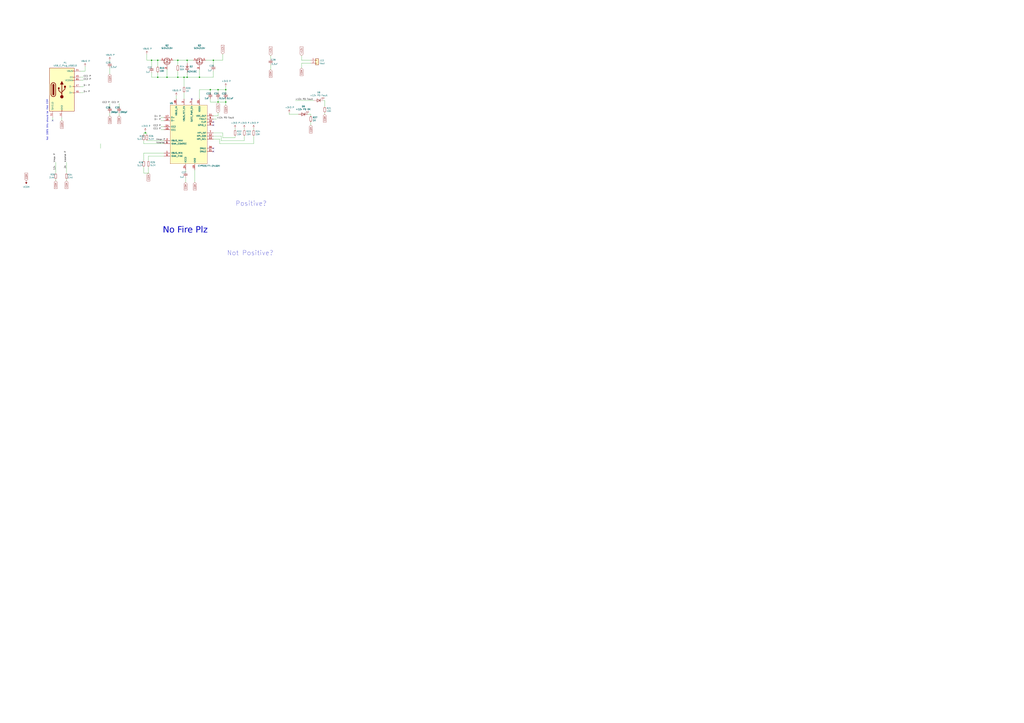
<source format=kicad_sch>
(kicad_sch (version 20231120) (generator "eeschema") (generator_version "8.0")
  (paper "A1")
  (lib_symbols
    (symbol "CatSink-rescue:+3.3V-power" (power) (pin_names (offset 0))
      (property "Value" "power_+3.3V" (at 0 3.556 0))
      (symbol "+3.3V-power_0_1"
        (polyline (pts (xy -0.762 1.27) (xy 0 2.54)))
        (polyline (pts (xy 0 0) (xy 0 2.54)))
        (polyline (pts (xy 0 2.54) (xy 0.762 1.27)))
      )
      (symbol "+3.3V-power_1_1"
        (pin power_in line (at 0 0 90) (length 0) hide (name "+3V3") (number "1"))
      )
    )
    (symbol "CatSink-rescue:USB_C_Plug_USB2.0-Connector" (pin_names (offset 1.016))
      (property "Reference" "P" (at -10.16 19.05 0))
      (property "Value" "USB_C_Plug_USB2.0-Connector" (at 12.7 19.05 0))
      (symbol "USB_C_Plug_USB2.0-Connector_0_0"
        (rectangle (start -0.254 -17.78) (end 0.254 -16.764))
        (rectangle (start 10.16 -2.286) (end 9.144 -2.794))
        (rectangle (start 10.16 2.794) (end 9.144 2.286))
        (rectangle (start 10.16 7.874) (end 9.144 7.366))
        (rectangle (start 10.16 10.414) (end 9.144 9.906))
        (rectangle (start 10.16 15.494) (end 9.144 14.986))
      )
      (symbol "USB_C_Plug_USB2.0-Connector_0_1"
        (rectangle (start -10.16 17.78) (end 10.16 -17.78) (stroke (width 0.254)) (fill (type background)))
        (arc (start -8.89 -3.81) (mid -6.985 -5.715) (end -5.08 -3.81) (stroke (width 0.508)))
        (arc (start -7.62 -3.81) (mid -6.985 -4.445) (end -6.35 -3.81) (stroke (width 0.254)))
        (arc (start -7.62 -3.81) (mid -6.985 -4.445) (end -6.35 -3.81) (stroke (width 0.254)) (fill (type outline)))
        (rectangle (start -7.62 -3.81) (end -6.35 3.81) (stroke (width 0.254)) (fill (type outline)))
        (arc (start -6.35 3.81) (mid -6.985 4.445) (end -7.62 3.81) (stroke (width 0.254)))
        (arc (start -6.35 3.81) (mid -6.985 4.445) (end -7.62 3.81) (stroke (width 0.254)) (fill (type outline)))
        (arc (start -5.08 3.81) (mid -6.985 5.715) (end -8.89 3.81) (stroke (width 0.508)))
        (circle (center -2.54 1.143) (radius 0.635) (stroke (width 0.254)) (fill (type outline)))
        (circle (center 0 -5.842) (radius 1.27) (fill (type outline)))
        (polyline (pts (xy -8.89 -3.81) (xy -8.89 3.81)) (stroke (width 0.508)))
        (polyline (pts (xy -5.08 3.81) (xy -5.08 -3.81)) (stroke (width 0.508)))
        (polyline (pts (xy 0 -5.842) (xy 0 4.318)) (stroke (width 0.508)))
        (polyline (pts (xy 0 -3.302) (xy -2.54 -0.762) (xy -2.54 0.508)) (stroke (width 0.508)))
        (polyline (pts (xy 0 -2.032) (xy 2.54 0.508) (xy 2.54 1.778)) (stroke (width 0.508)))
        (polyline (pts (xy -1.27 4.318) (xy 0 6.858) (xy 1.27 4.318) (xy -1.27 4.318)) (stroke (width 0.254)) (fill (type outline)))
        (rectangle (start 1.905 1.778) (end 3.175 3.048) (stroke (width 0.254)) (fill (type outline)))
      )
      (symbol "USB_C_Plug_USB2.0-Connector_1_1"
        (pin power_in line (at 0 -22.86 90) (length 5.08) (name "GND") (number "A1"))
        (pin passive line (at 0 -22.86 90) (length 5.08) hide (name "GND") (number "A12"))
        (pin power_in line (at 15.24 15.24 180) (length 5.08) (name "VBUS") (number "A4"))
        (pin bidirectional line (at 15.24 10.16 180) (length 5.08) (name "CC") (number "A5"))
        (pin bidirectional line (at 15.24 -2.54 180) (length 5.08) (name "D+") (number "A6"))
        (pin bidirectional line (at 15.24 2.54 180) (length 5.08) (name "D-") (number "A7"))
        (pin passive line (at 15.24 15.24 180) (length 5.08) hide (name "VBUS") (number "A9"))
        (pin passive line (at 0 -22.86 90) (length 5.08) hide (name "GND") (number "B1"))
        (pin passive line (at 0 -22.86 90) (length 5.08) hide (name "GND") (number "B12"))
        (pin passive line (at 15.24 15.24 180) (length 5.08) hide (name "VBUS") (number "B4"))
        (pin bidirectional line (at 15.24 7.62 180) (length 5.08) (name "VCONN") (number "B5"))
        (pin passive line (at 15.24 15.24 180) (length 5.08) hide (name "VBUS") (number "B9"))
        (pin passive line (at -7.62 -22.86 90) (length 5.08) (name "SHIELD") (number "S1"))
      )
    )
    (symbol "CatSink-rescue:VBUS-power" (power) (pin_names (offset 0))
      (property "Value" "power_VBUS" (at 0 3.81 0))
      (symbol "VBUS-power_0_1"
        (polyline (pts (xy -0.762 1.27) (xy 0 2.54)))
        (polyline (pts (xy 0 0) (xy 0 2.54)))
        (polyline (pts (xy 0 2.54) (xy 0.762 1.27)))
      )
      (symbol "VBUS-power_1_1"
        (pin power_in line (at 0 0 90) (length 0) hide (name "VBUS") (number "1"))
      )
    )
    (symbol "Connector_Generic:Conn_01x02" (pin_names (offset 1.016) hide)
      (property "Reference" "J" (at 0 2.54 0))
      (property "Value" "Conn_01x02" (at 0 -5.08 0))
      (symbol "Conn_01x02_1_1"
        (rectangle (start -1.27 -2.413) (end 0 -2.667) (stroke (width 0.1524)))
        (rectangle (start -1.27 0.127) (end 0 -0.127) (stroke (width 0.1524)))
        (rectangle (start -1.27 1.27) (end 1.27 -3.81) (stroke (width 0.254)) (fill (type background)))
        (pin passive line (at -5.08 0 0) (length 3.81) (name "Pin_1") (number "1"))
        (pin passive line (at -5.08 -2.54 0) (length 3.81) (name "Pin_2") (number "2"))
      )
    )
    (symbol "Device:C_Small" (pin_numbers hide) (pin_names (offset 0.254) hide)
      (property "Reference" "C" (at 0.254 1.778 0))
      (property "Value" "C_Small" (at 0.254 -2.032 0))
      (symbol "C_Small_0_1"
        (polyline (pts (xy -1.524 -0.508) (xy 1.524 -0.508)) (stroke (width 0.3302)))
        (polyline (pts (xy -1.524 0.508) (xy 1.524 0.508)) (stroke (width 0.3048)))
      )
      (symbol "C_Small_1_1"
        (pin passive line (at 0 2.54 270) (length 2.032) (name "~") (number "1"))
        (pin passive line (at 0 -2.54 90) (length 2.032) (name "~") (number "2"))
      )
    )
    (symbol "Device:D_Zener" (pin_numbers hide) (pin_names (offset 1.016) hide)
      (property "Reference" "D" (at 0 2.54 0))
      (property "Value" "D_Zener" (at 0 -2.54 0))
      (symbol "D_Zener_0_1"
        (polyline (pts (xy 1.27 0) (xy -1.27 0)))
        (polyline (pts (xy -1.27 -1.27) (xy -1.27 1.27) (xy -0.762 1.27)) (stroke (width 0.254)))
        (polyline (pts (xy 1.27 -1.27) (xy 1.27 1.27) (xy -1.27 0) (xy 1.27 -1.27)) (stroke (width 0.254)))
      )
      (symbol "D_Zener_1_1"
        (pin passive line (at -3.81 0 0) (length 2.54) (name "K") (number "1"))
        (pin passive line (at 3.81 0 180) (length 2.54) (name "A") (number "2"))
      )
    )
    (symbol "Device:LED" (pin_numbers hide) (pin_names (offset 1.016) hide)
      (property "Reference" "D" (at 0 2.54 0))
      (property "Value" "LED" (at 0 -2.54 0))
      (symbol "LED_0_1"
        (polyline (pts (xy -1.27 -1.27) (xy -1.27 1.27)) (stroke (width 0.254)))
        (polyline (pts (xy -1.27 0) (xy 1.27 0)))
        (polyline (pts (xy 1.27 -1.27) (xy 1.27 1.27) (xy -1.27 0) (xy 1.27 -1.27)) (stroke (width 0.254)))
        (polyline (pts (xy -3.048 -0.762) (xy -4.572 -2.286) (xy -3.81 -2.286) (xy -4.572 -2.286) (xy -4.572 -1.524)))
        (polyline (pts (xy -1.778 -0.762) (xy -3.302 -2.286) (xy -2.54 -2.286) (xy -3.302 -2.286) (xy -3.302 -1.524)))
      )
      (symbol "LED_1_1"
        (pin passive line (at -3.81 0 0) (length 2.54) (name "K") (number "1"))
        (pin passive line (at 3.81 0 180) (length 2.54) (name "A") (number "2"))
      )
    )
    (symbol "Device:R_Small" (pin_numbers hide) (pin_names (offset 0.254) hide)
      (property "Reference" "R" (at 0.762 0.508 0))
      (property "Value" "R_Small" (at 0.762 -1.016 0))
      (symbol "R_Small_0_1"
        (rectangle (start -0.762 1.778) (end 0.762 -1.778) (stroke (width 0.2032)))
      )
      (symbol "R_Small_1_1"
        (pin passive line (at 0 2.54 270) (length 0.762) (name "~") (number "1"))
        (pin passive line (at 0 -2.54 90) (length 0.762) (name "~") (number "2"))
      )
    )
    (symbol "catSink:CYPD3177-24LQXI" (pin_names (offset 0.762))
      (property "Reference" "U" (at 36.83 17.78 0))
      (property "Value" "CYPD3177-24LQXI" (at 36.83 15.24 0))
      (symbol "CYPD3177-24LQXI_0_0"
        (pin passive line (at 0 -26.67 0) (length 5.08) (name "VBUS_MIN") (number "1"))
        (pin passive line (at 40.64 -1.27 180) (length 5.08) (name "FLIP") (number "10"))
        (pin passive line (at 40.64 3.81 180) (length 5.08) (name "VDC_OUT") (number "11"))
        (pin passive line (at 40.64 -12.7 180) (length 5.08) (name "HPI_SDA") (number "12"))
        (pin passive line (at 40.64 -15.24 180) (length 5.08) (name "HPI_SCL") (number "13"))
        (pin passive line (at 0 -5.08 0) (length 5.08) (name "CC2") (number "14"))
        (pin passive line (at 0 -7.62 0) (length 5.08) (name "CC1") (number "15"))
        (pin passive line (at 0 0 0) (length 5.08) (name "D-") (number "16"))
        (pin passive line (at 0 2.54 0) (length 5.08) (name "D+") (number "17"))
        (pin passive line (at 10.16 17.78 270) (length 5.08) (name "VBUS_IN") (number "18"))
        (pin passive line (at 25.4 -40.64 90) (length 5.08) (name "GND") (number "19"))
        (pin passive line (at 0 -16.51 0) (length 5.08) (name "VBUS_MAX") (number "2"))
        (pin passive line (at 40.64 -22.86 180) (length 5.08) (name "DNU1") (number "20"))
        (pin passive line (at 40.64 -25.4 180) (length 5.08) (name "DNU2") (number "21"))
        (pin passive line (at 25.4 -40.64 90) (length 5.08) hide (name "GND_2") (number "22"))
        (pin passive line (at 29.21 17.78 270) (length 5.08) (name "VDDD") (number "23"))
        (pin passive line (at 17.78 -40.64 90) (length 5.08) (name "VCCD") (number "24"))
        (pin passive line (at 25.4 -40.64 90) (length 5.08) hide (name "EP") (number "25"))
        (pin passive line (at 16.51 17.78 270) (length 5.08) (name "VBUS_FET_EN") (number "3"))
        (pin passive line (at 22.86 17.78 270) (length 5.08) (name "SAFE_PWR_EN") (number "4"))
        (pin passive line (at 0 -19.05 0) (length 5.08) (name "ISNK_COARSE") (number "5"))
        (pin passive line (at 0 -29.21 0) (length 5.08) (name "ISNK_FINE") (number "6"))
        (pin passive line (at 40.64 -10.16 180) (length 5.08) (name "HPI_INT") (number "7"))
        (pin passive line (at 40.64 -3.81 180) (length 5.08) (name "GPIO_1") (number "8"))
        (pin passive line (at 40.64 1.27 180) (length 5.08) (name "FAULT") (number "9"))
      )
      (symbol "CYPD3177-24LQXI_0_1"
        (rectangle (start 5.08 12.7) (end 35.56 -35.56) (stroke (width 0.1524)) (fill (type background)))
      )
    )
    (symbol "catSink:SI3421DV" (pin_names (offset 0) hide)
      (property "Reference" "Q" (at 2.54 7.62 0))
      (property "Value" "SI3421DV" (at 1.27 2.54 0))
      (symbol "SI3421DV_0_1"
        (circle (center -1.778 0) (radius 0.254) (fill (type outline)))
        (circle (center 0 -0.889) (radius 2.794) (stroke (width 0.254)))
        (polyline (pts (xy -2.54 0) (xy -1.778 0)))
        (polyline (pts (xy -2.286 -1.778) (xy -1.27 -1.778)) (stroke (width 0.254)))
        (polyline (pts (xy -1.905 -2.286) (xy 1.905 -2.286)) (stroke (width 0.254)))
        (polyline (pts (xy -0.508 -1.778) (xy 0.508 -1.778)) (stroke (width 0.254)))
        (polyline (pts (xy 0 -2.286) (xy 0 -5.08)))
        (polyline (pts (xy 1.27 -1.778) (xy 2.286 -1.778)) (stroke (width 0.254)))
        (polyline (pts (xy 2.54 0) (xy 0 0) (xy 0 -1.778)))
        (polyline (pts (xy -1.778 -1.778) (xy -1.778 0.762) (xy 1.778 0.762) (xy 1.778 -1.778)))
        (polyline (pts (xy 0 -0.254) (xy -0.381 -1.27) (xy 0.381 -1.27) (xy 0 -0.254)) (fill (type outline)))
        (polyline (pts (xy 0.381 0.762) (xy -0.254 0.381) (xy -0.254 1.143) (xy 0.381 0.762)))
        (polyline (pts (xy 0.508 0.254) (xy 0.381 0.381) (xy 0.381 1.143) (xy 0.254 1.27)))
        (circle (center 1.778 0) (radius 0.254) (fill (type outline)))
      )
      (symbol "SI3421DV_1_1"
        (pin passive line (at -5.08 0 0) (length 2.54) (name "D") (number "1"))
        (pin passive line (at -5.08 0 0) (length 2.54) hide (name "D1") (number "2"))
        (pin input line (at 0 -7.62 90) (length 2.54) (name "G") (number "3"))
        (pin passive line (at 5.08 0 180) (length 2.54) (name "S") (number "4"))
        (pin passive line (at -5.08 0 0) (length 2.54) hide (name "D2") (number "5"))
        (pin passive line (at -5.08 0 0) (length 2.54) hide (name "D3") (number "6"))
      )
    )
    (symbol "power:VCOM" (power) (pin_numbers hide) (pin_names (offset 0) hide)
      (property "Value" "VCOM" (at 0 3.556 0))
      (symbol "VCOM_0_1"
        (polyline (pts (xy 0 0) (xy 0 2.54)))
        (polyline (pts (xy 0.762 1.27) (xy -0.762 1.27) (xy 0 2.54) (xy 0.762 1.27)) (fill (type outline)))
      )
      (symbol "VCOM_1_1"
        (pin power_in line (at 0 0 90) (length 0) (name "~") (number "1"))
      )
    )
  )
  (junction (at 151.13 63.5))
  (junction (at 163.83 63.5))
  (junction (at 129.54 49.53))
  (junction (at 179.07 73.66))
  (junction (at 172.72 73.66))
  (junction (at 124.46 49.53))
  (junction (at 185.42 73.66))
  (junction (at 137.16 63.5))
  (junction (at 146.05 63.5))
  (junction (at 153.67 63.5))
  (junction (at 153.67 49.53))
  (junction (at 185.42 83.82))
  (junction (at 119.38 109.22))
  (junction (at 175.26 49.53))
  (junction (at 179.07 83.82))
  (junction (at 129.54 63.5))
  (junction (at 146.05 49.53))
  (no_connect (at 175.26 100.33))
  (no_connect (at 157.48 81.28))
  (no_connect (at 43.18 99.06))
  (no_connect (at 175.26 102.87))
  (no_connect (at 175.26 124.46))
  (no_connect (at 175.26 121.92))
  (wire (pts (xy 185.42 86.36) (xy 185.42 83.82)))
  (wire (pts (xy 175.26 49.53) (xy 182.88 49.53)))
  (wire (pts (xy 153.67 63.5) (xy 163.83 63.5)))
  (wire (pts (xy 193.04 105.41) (xy 193.04 106.68)))
  (wire (pts (xy 200.66 115.57) (xy 200.66 111.76)))
  (wire (pts (xy 132.08 104.14) (xy 134.62 104.14)))
  (wire (pts (xy 163.83 73.66) (xy 172.72 73.66)))
  (wire (pts (xy 134.62 115.57) (xy 120.65 115.57)))
  (wire (pts (xy 121.92 137.16) (xy 121.92 142.24)))
  (wire (pts (xy 119.38 109.22) (xy 118.11 109.22)))
  (wire (pts (xy 185.42 73.66) (xy 185.42 76.2)))
  (wire (pts (xy 45.72 148.59) (xy 45.72 147.32)))
  (wire (pts (xy 118.11 118.11) (xy 118.11 115.57)))
  (wire (pts (xy 90.17 55.88) (xy 90.17 60.96)))
  (wire (pts (xy 266.7 82.55) (xy 265.43 82.55)))
  (wire (pts (xy 152.4 140.97) (xy 152.4 139.7)))
  (wire (pts (xy 124.46 63.5) (xy 129.54 63.5)))
  (wire (pts (xy 179.07 95.25) (xy 179.07 92.71)))
  (wire (pts (xy 163.83 81.28) (xy 163.83 73.66)))
  (wire (pts (xy 266.7 92.71) (xy 266.7 93.98)))
  (wire (pts (xy 119.38 107.95) (xy 119.38 109.22)))
  (wire (pts (xy 175.26 53.34) (xy 175.26 49.53)))
  (wire (pts (xy 175.26 63.5) (xy 163.83 63.5)))
  (wire (pts (xy 124.46 59.69) (xy 124.46 63.5)))
  (wire (pts (xy 146.05 63.5) (xy 151.13 63.5)))
  (wire (pts (xy 68.58 71.12) (xy 66.04 71.12)))
  (wire (pts (xy 185.42 83.82) (xy 185.42 81.28)))
  (wire (pts (xy 134.62 96.52) (xy 132.08 96.52)))
  (wire (pts (xy 120.65 49.53) (xy 120.65 44.45)))
  (wire (pts (xy 153.67 59.69) (xy 153.67 63.5)))
  (wire (pts (xy 137.16 57.15) (xy 137.16 63.5)))
  (wire (pts (xy 222.25 53.34) (xy 222.25 57.15)))
  (wire (pts (xy 45.72 133.35) (xy 45.72 142.24)))
  (wire (pts (xy 152.4 149.86) (xy 152.4 146.05)))
  (wire (pts (xy 129.54 54.61) (xy 129.54 49.53)))
  (wire (pts (xy 172.72 73.66) (xy 179.07 73.66)))
  (wire (pts (xy 129.54 63.5) (xy 137.16 63.5)))
  (wire (pts (xy 129.54 49.53) (xy 132.08 49.53)))
  (wire (pts (xy 146.05 53.34) (xy 146.05 49.53)))
  (wire (pts (xy 181.61 115.57) (xy 181.61 111.76)))
  (wire (pts (xy 43.18 99.06) (xy 43.18 96.52)))
  (wire (pts (xy 82.55 121.92) (xy 82.55 118.11)))
  (wire (pts (xy 242.57 82.55) (xy 257.81 82.55)))
  (wire (pts (xy 66.04 66.04) (xy 68.58 66.04)))
  (wire (pts (xy 118.11 142.24) (xy 121.92 142.24)))
  (wire (pts (xy 180.34 114.3) (xy 175.26 114.3)))
  (wire (pts (xy 90.17 85.09) (xy 90.17 87.63)))
  (wire (pts (xy 255.27 100.33) (xy 255.27 102.87)))
  (wire (pts (xy 146.05 49.53) (xy 153.67 49.53)))
  (wire (pts (xy 181.61 111.76) (xy 175.26 111.76)))
  (wire (pts (xy 180.34 118.11) (xy 208.28 118.11)))
  (wire (pts (xy 200.66 105.41) (xy 200.66 106.68)))
  (wire (pts (xy 172.72 76.2) (xy 172.72 73.66)))
  (wire (pts (xy 180.34 118.11) (xy 180.34 114.3)))
  (wire (pts (xy 121.92 128.27) (xy 134.62 128.27)))
  (wire (pts (xy 129.54 59.69) (xy 129.54 63.5)))
  (wire (pts (xy 172.72 81.28) (xy 172.72 83.82)))
  (wire (pts (xy 151.13 63.5) (xy 151.13 71.12)))
  (wire (pts (xy 182.88 113.03) (xy 193.04 113.03)))
  (wire (pts (xy 175.26 58.42) (xy 175.26 63.5)))
  (wire (pts (xy 182.88 44.45) (xy 182.88 49.53)))
  (wire (pts (xy 151.13 63.5) (xy 153.67 63.5)))
  (wire (pts (xy 144.78 78.74) (xy 144.78 81.28)))
  (wire (pts (xy 142.24 49.53) (xy 146.05 49.53)))
  (wire (pts (xy 120.65 110.49) (xy 120.65 109.22)))
  (wire (pts (xy 245.11 93.98) (xy 237.49 93.98)))
  (wire (pts (xy 134.62 125.73) (xy 118.11 125.73)))
  (wire (pts (xy 151.13 76.2) (xy 151.13 81.28)))
  (wire (pts (xy 153.67 52.07) (xy 153.67 49.53)))
  (wire (pts (xy 255.27 93.98) (xy 255.27 95.25)))
  (wire (pts (xy 90.17 49.53) (xy 90.17 50.8)))
  (wire (pts (xy 179.07 73.66) (xy 185.42 73.66)))
  (wire (pts (xy 120.65 109.22) (xy 119.38 109.22)))
  (wire (pts (xy 222.25 45.72) (xy 222.25 48.26)))
  (wire (pts (xy 121.92 132.08) (xy 121.92 128.27)))
  (wire (pts (xy 168.91 49.53) (xy 175.26 49.53)))
  (wire (pts (xy 118.11 137.16) (xy 118.11 142.24)))
  (wire (pts (xy 69.85 54.61) (xy 69.85 58.42)))
  (wire (pts (xy 193.04 113.03) (xy 193.04 111.76)))
  (wire (pts (xy 54.61 133.35) (xy 54.61 142.24)))
  (wire (pts (xy 247.65 52.07) (xy 255.27 52.07)))
  (wire (pts (xy 179.07 81.28) (xy 179.07 83.82)))
  (wire (pts (xy 266.7 87.63) (xy 266.7 82.55)))
  (wire (pts (xy 175.26 95.25) (xy 179.07 95.25)))
  (wire (pts (xy 163.83 63.5) (xy 163.83 57.15)))
  (wire (pts (xy 179.07 76.2) (xy 179.07 73.66)))
  (wire (pts (xy 54.61 147.32) (xy 54.61 148.59)))
  (wire (pts (xy 68.58 63.5) (xy 66.04 63.5)))
  (wire (pts (xy 118.11 109.22) (xy 118.11 110.49)))
  (wire (pts (xy 179.07 83.82) (xy 185.42 83.82)))
  (wire (pts (xy 160.02 139.7) (xy 160.02 149.86)))
  (wire (pts (xy 182.88 113.03) (xy 182.88 109.22)))
  (wire (pts (xy 97.79 95.25) (xy 97.79 92.71)))
  (wire (pts (xy 68.58 76.2) (xy 66.04 76.2)))
  (wire (pts (xy 134.62 106.68) (xy 132.08 106.68)))
  (wire (pts (xy 177.8 97.79) (xy 175.26 97.79)))
  (wire (pts (xy 153.67 49.53) (xy 158.75 49.53)))
  (wire (pts (xy 118.11 125.73) (xy 118.11 132.08)))
  (wire (pts (xy 252.73 93.98) (xy 255.27 93.98)))
  (wire (pts (xy 185.42 71.12) (xy 185.42 73.66)))
  (wire (pts (xy 255.27 49.53) (xy 247.65 49.53)))
  (wire (pts (xy 247.65 49.53) (xy 247.65 45.72)))
  (wire (pts (xy 137.16 63.5) (xy 146.05 63.5)))
  (wire (pts (xy 97.79 85.09) (xy 97.79 87.63)))
  (wire (pts (xy 247.65 55.88) (xy 247.65 52.07)))
  (wire (pts (xy 172.72 83.82) (xy 179.07 83.82)))
  (wire (pts (xy 90.17 95.25) (xy 90.17 92.71)))
  (wire (pts (xy 208.28 111.76) (xy 208.28 118.11)))
  (wire (pts (xy 124.46 49.53) (xy 129.54 49.53)))
  (wire (pts (xy 181.61 115.57) (xy 200.66 115.57)))
  (wire (pts (xy 69.85 58.42) (xy 66.04 58.42)))
  (wire (pts (xy 120.65 49.53) (xy 124.46 49.53)))
  (wire (pts (xy 182.88 109.22) (xy 175.26 109.22)))
  (wire (pts (xy 237.49 93.98) (xy 237.49 92.71)))
  (wire (pts (xy 134.62 118.11) (xy 118.11 118.11)))
  (wire (pts (xy 124.46 54.61) (xy 124.46 49.53)))
  (wire (pts (xy 146.05 58.42) (xy 146.05 63.5)))
  (wire (pts (xy 132.08 99.06) (xy 134.62 99.06)))
  (wire (pts (xy 50.8 99.06) (xy 50.8 96.52)))
  (wire (pts (xy 208.28 105.41) (xy 208.28 106.68)))
  (text "Not Positive?" (at 205.486 208.026 0) (effects (font (size 3.81 3.81))))
  (text "Not 100% this should be tied COM" (at 38.862 98.552 90) (effects (font (size 1.27 1.27))))
  (text "Positive?" (at 206.248 167.386 0) (effects (font (size 3.81 3.81))))
  (text "No Fire Plz" (at 152.146 190.5 0) (effects (font (size 5.08 5.08))))
  (label "12v" (at 45.72 139.7 90))
  (label "D- P" (at 132.08 99.06 180))
  (label "+12v PD Fault" (at 177.8 97.79 0))
  (label "Icoarse P" (at 128.27 118.11 0))
  (label "CC2 P" (at 90.17 85.09 180))
  (label "CC2 P" (at 132.08 104.14 180))
  (label "D+ P" (at 132.08 96.52 180))
  (label "Vmax P" (at 128.27 115.57 0))
  (label "CC1 P" (at 97.79 85.09 180))
  (label "D+ P" (at 68.58 76.2 0))
  (label "CC1 P" (at 68.58 63.5 0))
  (label "2A" (at 54.61 138.43 90))
  (label "D- P" (at 68.58 71.12 0))
  (label "CC1 P" (at 132.08 106.68 180))
  (label "Icoarse P" (at 54.61 133.35 90))
  (label "+12v PD Fault" (at 242.57 82.55 0))
  (label "CC2 P" (at 68.58 66.04 0))
  (label "Vmax P" (at 45.72 133.35 90))
  (global_label "COM" (shape input) (at 90.17 60.96 270) (property "Intersheetrefs" "${INTERSHEET_REFS}" (effects (hide yes))))
  (global_label "COM" (shape input) (at 54.61 148.59 270) (property "Intersheetrefs" "${INTERSHEET_REFS}" (effects (hide yes))))
  (global_label "+12v" (shape input) (at 222.25 45.72 90) (property "Intersheetrefs" "${INTERSHEET_REFS}" (effects (hide yes))))
  (global_label "COM" (shape input) (at 90.17 95.25 270) (property "Intersheetrefs" "${INTERSHEET_REFS}" (effects (hide yes))))
  (global_label "COM" (shape input) (at 222.25 57.15 270) (property "Intersheetrefs" "${INTERSHEET_REFS}" (effects (hide yes))))
  (global_label "COM" (shape input) (at 152.4 149.86 270) (property "Intersheetrefs" "${INTERSHEET_REFS}" (effects (hide yes))))
  (global_label "+12v" (shape input) (at 247.65 45.72 90) (property "Intersheetrefs" "${INTERSHEET_REFS}" (effects (hide yes))))
  (global_label "COM" (shape input) (at 45.72 148.59 270) (property "Intersheetrefs" "${INTERSHEET_REFS}" (effects (hide yes))))
  (global_label "COM" (shape input) (at 255.27 102.87 270) (property "Intersheetrefs" "${INTERSHEET_REFS}" (effects (hide yes))))
  (global_label "COM" (shape input) (at 50.8 99.06 270) (property "Intersheetrefs" "${INTERSHEET_REFS}" (effects (hide yes))))
  (global_label "COM" (shape input) (at 121.92 142.24 270) (property "Intersheetrefs" "${INTERSHEET_REFS}" (effects (hide yes))))
  (global_label "COM" (shape input) (at 21.59 148.59 90) (property "Intersheetrefs" "${INTERSHEET_REFS}" (effects (hide yes))))
  (global_label "COM" (shape input) (at 160.02 149.86 270) (property "Intersheetrefs" "${INTERSHEET_REFS}" (effects (hide yes))))
  (global_label "COM" (shape input) (at 97.79 95.25 270) (property "Intersheetrefs" "${INTERSHEET_REFS}" (effects (hide yes))))
  (global_label "COM" (shape input) (at 247.65 55.88 270) (property "Intersheetrefs" "${INTERSHEET_REFS}" (effects (hide yes))))
  (global_label "+12v" (shape input) (at 182.88 44.45 90) (property "Intersheetrefs" "${INTERSHEET_REFS}" (effects (hide yes))))
  (global_label "COM" (shape input) (at 266.7 93.98 270) (property "Intersheetrefs" "${INTERSHEET_REFS}" (effects (hide yes))))
  (global_label "COM" (shape input) (at 185.42 86.36 270) (property "Intersheetrefs" "${INTERSHEET_REFS}" (effects (hide yes))))
  (global_label "+12v" (shape input) (at 179.07 92.71 90) (property "Intersheetrefs" "${INTERSHEET_REFS}" (effects (hide yes))))
  (symbol (lib_id "Device:C_Small") (at 152.4 143.51 0) (unit 1)
    (property "Reference" "C37" (at 149.098 141.732 0) (effects (justify left)))
    (property "Value" "1uF" (at 147.701 145.542 0) (effects (justify left)))
    (property "Footprint" "Capacitor_SMD:C_0603_1608Metric" (effects (hide yes)))
    (property "lcsc" "C26413" (effects (hide yes)))
  )
  (symbol (lib_id "Device:LED") (at 248.92 93.98 180) (unit 1)
    (property "Reference" "D9" (at 249.0978 87.503 0))
    (property "Value" "+12v PD OK" (at 249.0978 89.8144 0))
    (property "Footprint" "LED_SMD:LED_0603_1608Metric" (effects (hide yes)))
    (property "lcsc" "C118330" (effects (hide yes)))
  )
  (symbol (lib_id "Device:R_Small") (at 129.54 57.15 0) (unit 1)
    (property "Reference" "R15" (at 131.0386 55.9816 0) (effects (justify left)))
    (property "Value" "10K" (at 131.0386 58.293 0) (effects (justify left)))
    (property "Footprint" "Resistor_SMD:R_0603_1608Metric" (effects (hide yes)))
    (property "lcsc" "C217281" (effects (hide yes)))
  )
  (symbol (lib_id "CatSink-rescue:+3.3V-power") (at 185.42 71.12 0) (unit 1)
    (property "Reference" "#PWR028" (effects (hide yes)))
    (property "Value" "+3V3 P" (at 185.801 66.7258 0))
  )
  (symbol (lib_id "CatSink-rescue:VBUS-power") (at 144.78 78.74 0) (unit 1)
    (property "Reference" "#PWR029" (effects (hide yes)))
    (property "Value" "VBUS P" (at 145.161 74.3458 0))
  )
  (symbol (lib_id "Device:C_Small") (at 90.17 53.34 0) (unit 1)
    (property "Reference" "C29" (at 86.868 51.562 0) (effects (justify left)))
    (property "Value" "3.3uF" (at 90.678 55.118 0) (effects (justify left)))
    (property "Footprint" "Capacitor_SMD:C_1206_3216Metric" (effects (hide yes)))
    (property "lcsc" "C76663" (effects (hide yes)))
  )
  (symbol (lib_id "CatSink-rescue:USB_C_Plug_USB2.0-Connector") (at 50.8 73.66 0) (unit 1)
    (property "Reference" "P1" (at 53.5178 51.6382 0))
    (property "Value" "USB_C_Plug_USB2.0" (at 53.5178 53.9496 0))
    (property "Footprint" "Connectors:C393939" (effects (hide yes)))
    (property "Datasheet" "https://www.usb.org/sites/default/files/documents/usb_type-c.zip" (effects (hide yes)))
    (property "lcsc" "C393939" (effects (hide yes)))
  )
  (symbol (lib_id "Device:R_Small") (at 45.72 144.78 0) (unit 1)
    (property "Reference" "R30" (at 41.402 143.51 0) (effects (justify left)))
    (property "Value" "2.4K" (at 40.386 145.923 0) (effects (justify left)))
    (property "Footprint" "Resistor_SMD:R_0603_1608Metric" (effects (hide yes)))
    (property "lcsc" "C98728" (effects (hide yes)))
  )
  (symbol (lib_id "CatSink-rescue:+3.3V-power") (at 200.66 105.41 0) (unit 1)
    (property "Reference" "#PWR037" (effects (hide yes)))
    (property "Value" "+3V3 P" (at 201.041 101.0158 0))
  )
  (symbol (lib_id "Device:D_Zener") (at 153.67 55.88 270) (unit 1)
    (property "Reference" "D2" (at 155.6766 54.7116 90) (effects (justify left)))
    (property "Value" "NZH10C" (at 153.924 58.801 90) (effects (justify left)))
    (property "Footprint" "Diode_SMD:D_SOD-123F" (effects (hide yes)))
    (property "manf#" "NZH10C,115" (effects (hide yes)))
  )
  (symbol (lib_id "Device:R_Small") (at 118.11 113.03 0) (unit 1)
    (property "Reference" "R25" (at 114.554 112.014 0) (effects (justify left)))
    (property "Value" "5.1K" (at 112.776 114.3 0) (effects (justify left)))
    (property "Footprint" "Resistor_SMD:R_0603_1608Metric" (effects (hide yes)))
    (property "lcsc" "C131715" (effects (hide yes)))
  )
  (symbol (lib_id "Device:C_Small") (at 90.17 90.17 0) (unit 1)
    (property "Reference" "C36" (at 86.868 88.392 0) (effects (justify left)))
    (property "Value" "390pF" (at 91.059 92.202 0) (effects (justify left)))
    (property "Footprint" "Capacitor_SMD:C_0603_1608Metric" (effects (hide yes)))
    (property "lcsc" "C376830" (effects (hide yes)))
  )
  (symbol (lib_id "catSink:SI3421DV") (at 163.83 49.53 0) (mirror y) (unit 1)
    (property "Reference" "Q3" (at 163.83 37.3126 0))
    (property "Value" "SI3421DV" (at 163.83 39.624 0))
    (property "Footprint" "Package_TO_SOT_SMD:SOT-23-6" (effects (hide yes)))
    (property "Datasheet" "https://www.mouser.mx/datasheet/2/427/si3421dv-1764435.pdf" (effects (hide yes)))
    (property "manf#" "SI3421DV-T1-GE3" (effects (hide yes)))
    (property "lcsc" "C144884" (effects (hide yes)))
  )
  (symbol (lib_id "Connector_Generic:Conn_01x02") (at 260.35 49.53 0) (unit 1)
    (property "Reference" "J13" (at 262.382 49.7332 0) (effects (justify left)))
    (property "Value" "Vout" (at 262.382 52.0446 0) (effects (justify left)))
    (property "Footprint" "TerminalBlock:TerminalBlock_bornier-2_P5.08mm" (effects (hide yes)))
  )
  (symbol (lib_id "Device:C_Small") (at 175.26 55.88 0) (unit 1)
    (property "Reference" "C30" (at 171.958 54.102 0) (effects (justify left)))
    (property "Value" "1uF" (at 170.561 57.912 0) (effects (justify left)))
    (property "Footprint" "Capacitor_SMD:C_0603_1608Metric" (effects (hide yes)))
    (property "lcsc" "C26413" (effects (hide yes)))
  )
  (symbol (lib_id "Device:C_Small") (at 124.46 57.15 0) (unit 1)
    (property "Reference" "C31" (at 121.158 55.372 0) (effects (justify left)))
    (property "Value" "1uF" (at 119.761 59.182 0) (effects (justify left)))
    (property "Footprint" "Capacitor_SMD:C_0603_1608Metric" (effects (hide yes)))
    (property "lcsc" "C26413" (effects (hide yes)))
  )
  (symbol (lib_id "Device:R_Small") (at 255.27 97.79 0) (unit 1)
    (property "Reference" "R27" (at 256.7686 96.6216 0) (effects (justify left)))
    (property "Value" "1K" (at 256.7686 98.933 0) (effects (justify left)))
    (property "Footprint" "Resistor_SMD:R_0603_1608Metric" (effects (hide yes)))
    (property "lcsc" "C517454" (effects (hide yes)))
  )
  (symbol (lib_id "Device:R_Small") (at 118.11 134.62 0) (unit 1)
    (property "Reference" "R28" (at 113.792 133.604 0) (effects (justify left)))
    (property "Value" "5.1K" (at 112.776 135.89 0) (effects (justify left)))
    (property "Footprint" "Resistor_SMD:R_0603_1608Metric" (effects (hide yes)))
    (property "lcsc" "C131715" (effects (hide yes)))
  )
  (symbol (lib_id "CatSink-rescue:VBUS-power") (at 69.85 54.61 0) (unit 1)
    (property "Reference" "#PWR024" (effects (hide yes)))
    (property "Value" "VBUS P" (at 70.231 50.2158 0))
  )
  (symbol (lib_id "CatSink-rescue:+3.3V-power") (at 208.28 105.41 0) (unit 1)
    (property "Reference" "#PWR038" (effects (hide yes)))
    (property "Value" "+3V3 P" (at 208.661 101.0158 0))
  )
  (symbol (lib_id "Device:C_Small") (at 172.72 78.74 0) (unit 1)
    (property "Reference" "C33" (at 169.418 76.962 0) (effects (justify left)))
    (property "Value" "1uF" (at 168.021 80.772 0) (effects (justify left)))
    (property "Footprint" "Capacitor_SMD:C_0603_1608Metric" (effects (hide yes)))
    (property "lcsc" "C26413" (effects (hide yes)))
  )
  (symbol (lib_id "catSink:SI3421DV") (at 137.16 49.53 0) (unit 1)
    (property "Reference" "Q2" (at 137.16 37.3126 0))
    (property "Value" "SI3421DV" (at 137.16 39.624 0))
    (property "Footprint" "Package_TO_SOT_SMD:SOT-23-6" (effects (hide yes)))
    (property "Datasheet" "https://www.mouser.mx/datasheet/2/427/si3421dv-1764435.pdf" (effects (hide yes)))
    (property "manf#" "SI3421DV-T1-GE3" (effects (hide yes)))
    (property "lcsc" "C144884" (effects (hide yes)))
  )
  (symbol (lib_id "CatSink-rescue:VBUS-power") (at 90.17 49.53 0) (unit 1)
    (property "Reference" "#PWR023" (effects (hide yes)))
    (property "Value" "VBUS P" (at 90.551 45.1358 0))
  )
  (symbol (lib_id "Device:C_Small") (at 185.42 78.74 0) (unit 1)
    (property "Reference" "C32" (at 182.118 76.962 0) (effects (justify left)))
    (property "Value" "0.1uF" (at 186.309 80.772 0) (effects (justify left)))
    (property "Footprint" "Capacitor_SMD:C_0603_1608Metric" (effects (hide yes)))
    (property "lcsc" "C235731" (effects (hide yes)))
  )
  (symbol (lib_id "CatSink-rescue:VBUS-power") (at 120.65 44.45 0) (unit 1)
    (property "Reference" "#PWR018" (effects (hide yes)))
    (property "Value" "VBUS P" (at 121.031 40.0558 0))
  )
  (symbol (lib_id "catSink:CYPD3177-24LQXI") (at 134.62 99.06 0) (unit 1)
    (property "Reference" "U5" (at 139.319 84.836 0) (effects (justify left)))
    (property "Value" "CYPD3177-24LQXI" (at 162.56 136.271 0) (effects (justify left)))
    (property "Footprint" "Package_DFN_QFN:QFN-24-1EP_4x4mm_P0.5mm_EP2.7x2.7mm" (effects (hide yes)))
    (property "Datasheet" "https://www.cypress.com/file/460416/download" (effects (hide yes)))
    (property "manf#" "CYPD3177-24LQXQ" (effects (hide yes)))
  )
  (symbol (lib_id "Device:R_Small") (at 200.66 109.22 0) (unit 1)
    (property "Reference" "R23" (at 202.1586 108.0516 0) (effects (justify left)))
    (property "Value" "10K" (at 202.1586 110.363 0) (effects (justify left)))
    (property "Footprint" "Resistor_SMD:R_0603_1608Metric" (effects (hide yes)))
    (property "lcsc" "C217281" (effects (hide yes)))
  )
  (symbol (lib_id "Device:R_Small") (at 120.65 113.03 0) (unit 1)
    (property "Reference" "R26" (at 122.1486 111.8616 0) (effects (justify left)))
    (property "Value" "5.1K" (at 122.1486 114.173 0) (effects (justify left)))
    (property "Footprint" "Resistor_SMD:R_0603_1608Metric" (effects (hide yes)))
    (property "lcsc" "C131715" (effects (hide yes)))
  )
  (symbol (lib_id "Device:LED") (at 261.62 82.55 180) (unit 1)
    (property "Reference" "D8" (at 261.7978 76.073 0))
    (property "Value" "+12v PD Fault" (at 261.7978 78.3844 0))
    (property "Footprint" "LED_SMD:LED_0603_1608Metric" (effects (hide yes)))
    (property "lcsc" "C138541" (effects (hide yes)))
  )
  (symbol (lib_id "CatSink-rescue:+3.3V-power") (at 237.49 92.71 0) (unit 1)
    (property "Reference" "#PWR041" (effects (hide yes)))
    (property "Value" "+3V3 P" (at 237.871 88.3158 0))
  )
  (symbol (lib_id "Device:R_Small") (at 193.04 109.22 0) (unit 1)
    (property "Reference" "R22" (at 194.5386 108.0516 0) (effects (justify left)))
    (property "Value" "10K" (at 194.5386 110.363 0) (effects (justify left)))
    (property "Footprint" "Resistor_SMD:R_0603_1608Metric" (effects (hide yes)))
    (property "lcsc" "C217281" (effects (hide yes)))
  )
  (symbol (lib_id "Device:R_Small") (at 121.92 134.62 0) (unit 1)
    (property "Reference" "R29" (at 123.4186 133.4516 0) (effects (justify left)))
    (property "Value" "5.1K" (at 123.4186 135.763 0) (effects (justify left)))
    (property "Footprint" "Resistor_SMD:R_0603_1608Metric" (effects (hide yes)))
    (property "lcsc" "C131715" (effects (hide yes)))
  )
  (symbol (lib_id "Device:C_Small") (at 222.25 50.8 0) (unit 1)
    (property "Reference" "C28" (at 222.504 49.149 0) (effects (justify left)))
    (property "Value" "3.3uF" (at 222.758 52.578 0) (effects (justify left)))
    (property "Footprint" "Capacitor_SMD:C_1206_3216Metric" (effects (hide yes)))
    (property "lcsc" "C76663" (effects (hide yes)))
  )
  (symbol (lib_id "power:VCOM") (at 21.59 148.59 180) (unit 1)
    (property "Reference" "#PWR044" (effects (hide yes)))
    (property "Value" "VCOM" (at 21.59 153.67 0))
    (property "Description" "Power symbol creates a global label with name \"VCOM\"" (effects (hide yes)))
  )
  (symbol (lib_id "Device:R_Small") (at 151.13 73.66 0) (unit 1)
    (property "Reference" "R20" (at 152.6286 72.4916 0) (effects (justify left)))
    (property "Value" "1K" (at 152.6286 74.803 0) (effects (justify left)))
    (property "Footprint" "Resistor_SMD:R_0603_1608Metric" (effects (hide yes)))
    (property "lcsc" "C517454" (effects (hide yes)))
  )
  (symbol (lib_id "Device:C_Small") (at 97.79 90.17 0) (unit 1)
    (property "Reference" "C35" (at 94.488 88.392 0) (effects (justify left)))
    (property "Value" "390pF" (at 98.679 92.202 0) (effects (justify left)))
    (property "Footprint" "Capacitor_SMD:C_0603_1608Metric" (effects (hide yes)))
    (property "lcsc" "C376830" (effects (hide yes)))
  )
  (symbol (lib_id "CatSink-rescue:+3.3V-power") (at 193.04 105.41 0) (unit 1)
    (property "Reference" "#PWR036" (effects (hide yes)))
    (property "Value" "+3V3 P" (at 193.421 101.0158 0))
  )
  (symbol (lib_id "Device:R_Small") (at 146.05 55.88 0) (unit 1)
    (property "Reference" "R14" (at 147.5486 54.7116 0) (effects (justify left)))
    (property "Value" "50K" (at 147.5486 57.023 0) (effects (justify left)))
    (property "Footprint" "Resistor_SMD:R_0603_1608Metric" (effects (hide yes)))
    (property "lcsc" "C304067" (effects (hide yes)))
  )
  (symbol (lib_id "Device:R_Small") (at 208.28 109.22 0) (unit 1)
    (property "Reference" "R24" (at 209.7786 108.0516 0) (effects (justify left)))
    (property "Value" "10K" (at 209.7786 110.363 0) (effects (justify left)))
    (property "Footprint" "Resistor_SMD:R_0603_1608Metric" (effects (hide yes)))
    (property "lcsc" "C217281" (effects (hide yes)))
  )
  (symbol (lib_id "Device:R_Small") (at 266.7 90.17 0) (unit 1)
    (property "Reference" "R21" (at 268.1986 89.0016 0) (effects (justify left)))
    (property "Value" "10K" (at 268.1986 91.313 0) (effects (justify left)))
    (property "Footprint" "Resistor_SMD:R_0603_1608Metric" (effects (hide yes)))
    (property "lcsc" "C217281" (effects (hide yes)))
  )
  (symbol (lib_id "CatSink-rescue:+3.3V-power") (at 119.38 107.95 0) (unit 1)
    (property "Reference" "#PWR039" (effects (hide yes)))
    (property "Value" "+3V3 P" (at 119.761 103.5558 0))
  )
  (symbol (lib_id "Device:R_Small") (at 54.61 144.78 0) (unit 1)
    (property "Reference" "R34" (at 55.372 143.637 0) (effects (justify left)))
    (property "Value" "2.4K" (at 55.372 145.923 0) (effects (justify left)))
    (property "Footprint" "Resistor_SMD:R_0603_1608Metric" (effects (hide yes)))
    (property "lcsc" "C98728" (effects (hide yes)))
  )
  (symbol (lib_id "Device:C_Small") (at 179.07 78.74 0) (unit 1)
    (property "Reference" "C34" (at 175.768 76.962 0) (effects (justify left)))
    (property "Value" "0.1uF" (at 179.959 80.772 0) (effects (justify left)))
    (property "Footprint" "Capacitor_SMD:C_0603_1608Metric" (effects (hide yes)))
    (property "lcsc" "C235731" (effects (hide yes)))
  )
)
</source>
